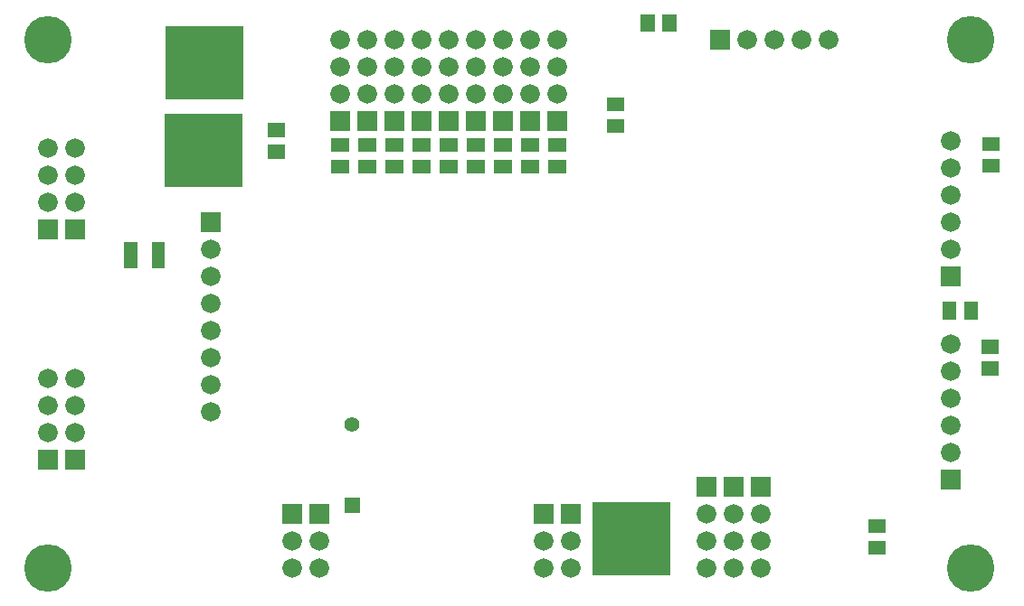
<source format=gbr>
G04 start of page 6 for group -4062 idx -4062 *
G04 Title: (unknown), soldermask *
G04 Creator: pcb 20110918 *
G04 CreationDate: Sun 30 Sep 2012 06:14:18 PM GMT UTC *
G04 For: ggallant *
G04 Format: Gerber/RS-274X *
G04 PCB-Dimensions: 372500 225000 *
G04 PCB-Coordinate-Origin: lower left *
%MOIN*%
%FSLAX25Y25*%
%LNBOTTOMMASK*%
%ADD80R,0.0490X0.0490*%
%ADD79R,0.0510X0.0510*%
%ADD78R,0.2700X0.2700*%
%ADD77C,0.1750*%
%ADD76C,0.0560*%
%ADD75C,0.0300*%
%ADD74C,0.0360*%
%ADD73C,0.0720*%
%ADD72C,0.0001*%
G54D72*G36*
X343900Y51100D02*Y43900D01*
X351100D01*
Y51100D01*
X343900D01*
G37*
G54D73*X347500Y57500D03*
Y67500D03*
Y77500D03*
Y87500D03*
Y97500D03*
G54D72*G36*
X263900Y48600D02*Y41400D01*
X271100D01*
Y48600D01*
X263900D01*
G37*
G36*
X273900D02*Y41400D01*
X281100D01*
Y48600D01*
X273900D01*
G37*
G54D73*X277500Y35000D03*
X267500D03*
Y25000D03*
Y15000D03*
X277500Y25000D03*
Y15000D03*
G54D72*G36*
X253900Y48600D02*Y41400D01*
X261100D01*
Y48600D01*
X253900D01*
G37*
G54D73*X257500Y35000D03*
Y25000D03*
Y15000D03*
G54D72*G36*
X343900Y126100D02*Y118900D01*
X351100D01*
Y126100D01*
X343900D01*
G37*
G54D73*X347500Y132500D03*
Y142500D03*
Y152500D03*
Y162500D03*
Y172500D03*
G54D72*G36*
X258900Y213600D02*Y206400D01*
X266100D01*
Y213600D01*
X258900D01*
G37*
G54D73*X272500Y210000D03*
X282500D03*
X292500D03*
X302500D03*
G54D74*X63500Y192500D03*
X72500D03*
X81500D03*
X63500Y201500D03*
X72500D03*
X81500D03*
X63500Y210500D03*
X72500D03*
X81500D03*
G54D75*X63300Y178000D03*
X72300D03*
X81300D03*
G54D73*X75000Y82500D03*
Y72500D03*
G54D72*G36*
X21400Y58600D02*Y51400D01*
X28600D01*
Y58600D01*
X21400D01*
G37*
G36*
X11400D02*Y51400D01*
X18600D01*
Y58600D01*
X11400D01*
G37*
G54D73*X25000Y65000D03*
X15000D03*
Y75000D03*
Y85000D03*
X75000Y122500D03*
Y112500D03*
Y102500D03*
Y92500D03*
X25000Y75000D03*
Y85000D03*
G54D72*G36*
X71400Y146100D02*Y138900D01*
X78600D01*
Y146100D01*
X71400D01*
G37*
G54D73*X75000Y132500D03*
G54D75*X63300Y160000D03*
X72300D03*
X81300D03*
Y169000D03*
X63300D03*
X72300D03*
G54D72*G36*
X21400Y143600D02*Y136400D01*
X28600D01*
Y143600D01*
X21400D01*
G37*
G54D73*X25000Y150000D03*
G54D72*G36*
X11400Y143600D02*Y136400D01*
X18600D01*
Y143600D01*
X11400D01*
G37*
G54D73*X15000Y150000D03*
X25000Y160000D03*
Y170000D03*
X15000Y160000D03*
Y170000D03*
G54D72*G36*
X111400Y38600D02*Y31400D01*
X118600D01*
Y38600D01*
X111400D01*
G37*
G36*
X124200Y40800D02*Y35200D01*
X129800D01*
Y40800D01*
X124200D01*
G37*
G54D76*X127000Y68000D03*
G54D73*X115000Y25000D03*
G54D72*G36*
X101400Y38600D02*Y31400D01*
X108600D01*
Y38600D01*
X101400D01*
G37*
G54D73*X105000Y25000D03*
X115000Y15000D03*
X105000D03*
G54D72*G36*
X203900Y38600D02*Y31400D01*
X211100D01*
Y38600D01*
X203900D01*
G37*
G54D74*X221000Y34800D03*
X230000D03*
X239000D03*
G54D72*G36*
X193900Y38600D02*Y31400D01*
X201100D01*
Y38600D01*
X193900D01*
G37*
G54D73*X207500Y25000D03*
G54D74*X221000Y25800D03*
X230000D03*
X239000D03*
G54D73*X197500Y25000D03*
X207500Y15000D03*
G54D74*X221000Y16800D03*
X230000D03*
X239000D03*
G54D73*X197500Y15000D03*
G54D72*G36*
X118900Y183600D02*Y176400D01*
X126100D01*
Y183600D01*
X118900D01*
G37*
G36*
X128900D02*Y176400D01*
X136100D01*
Y183600D01*
X128900D01*
G37*
G54D73*X132500Y190000D03*
X122500D03*
Y200000D03*
Y210000D03*
X132500Y200000D03*
Y210000D03*
X152500Y200000D03*
Y210000D03*
X142500Y200000D03*
Y210000D03*
X162500Y200000D03*
Y210000D03*
G54D72*G36*
X148900Y183600D02*Y176400D01*
X156100D01*
Y183600D01*
X148900D01*
G37*
G54D73*X152500Y190000D03*
G54D72*G36*
X138900Y183600D02*Y176400D01*
X146100D01*
Y183600D01*
X138900D01*
G37*
G54D73*X142500Y190000D03*
G54D72*G36*
X158900Y183600D02*Y176400D01*
X166100D01*
Y183600D01*
X158900D01*
G37*
G36*
X178900D02*Y176400D01*
X186100D01*
Y183600D01*
X178900D01*
G37*
G36*
X188900D02*Y176400D01*
X196100D01*
Y183600D01*
X188900D01*
G37*
G54D73*X162500Y190000D03*
X172500D03*
G54D72*G36*
X168900Y183600D02*Y176400D01*
X176100D01*
Y183600D01*
X168900D01*
G37*
G54D73*X172500Y200000D03*
Y210000D03*
X182500Y190000D03*
Y200000D03*
Y210000D03*
X192500Y190000D03*
Y200000D03*
Y210000D03*
G54D72*G36*
X198900Y183600D02*Y176400D01*
X206100D01*
Y183600D01*
X198900D01*
G37*
G54D73*X202500Y190000D03*
Y200000D03*
Y210000D03*
G54D77*X15000D03*
X355000D03*
Y15000D03*
X15000D03*
G54D78*X229200Y25800D02*X230800D01*
G54D79*X319700Y22400D02*X321100D01*
X319700Y30400D02*X321100D01*
X361400Y96600D02*X362800D01*
X361400Y88600D02*X362800D01*
X235900Y216800D02*Y215400D01*
X223400Y186100D02*X224800D01*
X223400Y178100D02*X224800D01*
X347200Y110600D02*Y109200D01*
X355200Y110600D02*Y109200D01*
X243900Y216800D02*Y215400D01*
X361700Y163400D02*X363100D01*
X361700Y171400D02*X363100D01*
X201900Y163100D02*X203300D01*
X191900Y171100D02*X193300D01*
X191900Y163100D02*X193300D01*
X201900Y171100D02*X203300D01*
X181900D02*X183300D01*
X181900Y163100D02*X183300D01*
X171900Y171100D02*X173300D01*
X171900Y163100D02*X173300D01*
X161900Y171100D02*X163300D01*
X161900Y163100D02*X163300D01*
X151900Y171100D02*X153300D01*
X151900Y163100D02*X153300D01*
X141900Y171100D02*X143300D01*
X141900Y163100D02*X143300D01*
X98400Y176600D02*X99800D01*
X98400Y168600D02*X99800D01*
G54D78*X71700Y201500D02*X73300D01*
G54D79*X131900Y171100D02*X133300D01*
X131900Y163100D02*X133300D01*
X121900Y171100D02*X123300D01*
X121900Y163100D02*X123300D01*
G54D78*X71500Y169000D02*X73100D01*
G54D80*X55600Y132900D02*Y128100D01*
X45400Y132900D02*Y128100D01*
M02*

</source>
